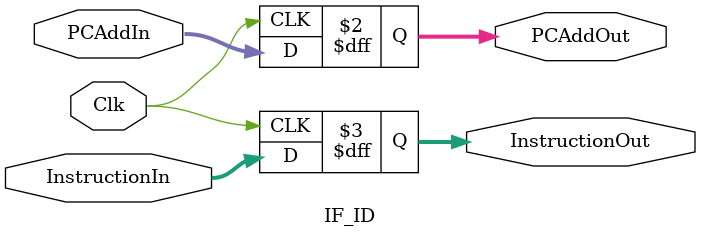
<source format=v>
`timescale 1ns / 1ps


module IF_ID(Clk, PCAddIn, InstructionIn, PCAddOut, InstructionOut);
    
    input [31:0] PCAddIn, InstructionIn;
    input Clk;
    
    output reg [31:0] PCAddOut, InstructionOut;
    
    always @(negedge Clk) begin
        PCAddOut <= PCAddIn;
        InstructionOut <= InstructionIn;
    end


endmodule

</source>
